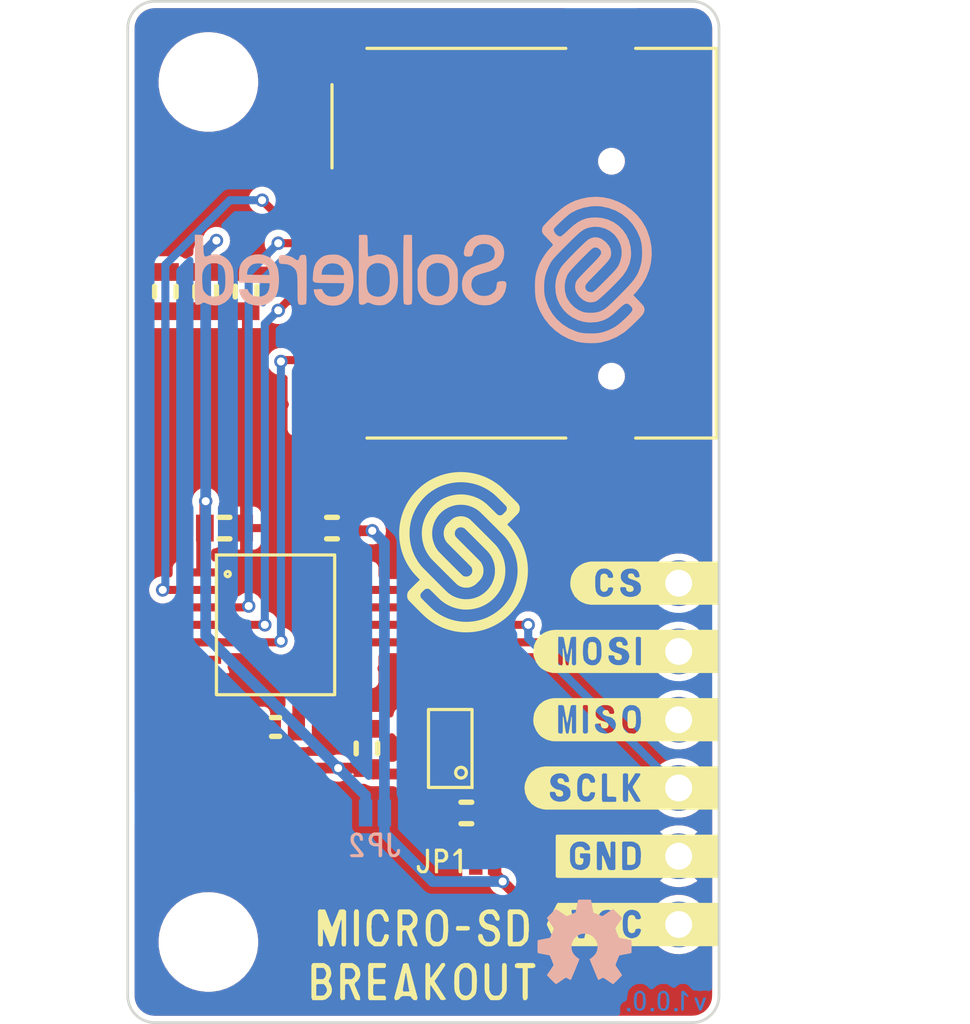
<source format=kicad_pcb>
(kicad_pcb (version 20211014) (generator pcbnew)
  (title_block (title "microSD breakout") (date "2021-07-26") (rev "V1.0.0.") (company "SOLDERED") (comment 1 "333050"))
  (layers (0 "F.Cu" signal) (31 "B.Cu" signal) (34 "B.Paste" user) (35 "F.Paste" user) (36 "B.SilkS" user "B.Silkscreen") (37 "F.SilkS" user "F.Silkscreen") (38 "B.Mask" user) (39 "F.Mask" user) (44 "Edge.Cuts" user))
  (net 0 "")
  (net 1 "GND")
  (net 2 "3V3")
  (net 3 "Net-(C4-Pad2)")
  (net 4 "VCC")
  (net 6 "CS_L")
  (net 7 "MOSI_L")
  (net 8 "SCLK_L")
  (net 9 "MISO_L")
  (net 11 "CS_H")
  (net 12 "MOSI_H")
  (net 13 "MISO_H")
  (net 14 "SCLK_H")
  (net 15 "OE")
  (footprint "e-radionica.com footprinti:0603C" (layer "F.Cu") (at 102.9 132.8 90)
    (fp_text reference "C2")
    (fp_text value "100n")
    (pad "1" smd rect locked (at -0.73 0 90) (size 0.66 1) (layers "F.Cu" "F.Paste" "F.Mask") (net 1 "GND"))
    (pad "2" smd rect locked (at 0.73 0 90) (size 0.66 1) (layers "F.Cu" "F.Paste" "F.Mask") (net 2 "3V3"))
  )
  (footprint "e-radionica.com footprinti:FIDUCIAL_23" (layer "F.Cu") (at 102 152)
    (fp_text reference "FD1")
    (fp_text value "FIDUCIAL")
    (fp_circle (center 0 0) (end 1 0) (layer "F.Cu") (width 0.2) (fill none))
    (pad "1" smd circle (at 0 0) (size 1 1) (layers "F.Cu" "F.Paste" "F.Mask") (clearance 1.1))
  )
  (footprint "buzzardLabel" (layer "F.Cu") (at 111.6 154)
    (fp_text reference "" (at 0 0) (layer "F.SilkS") (effects (font (size 1.27 1.27))))
    (fp_text value "" (at 0 0) (layer "F.SilkS") (effects (font (size 1.27 1.27))))
  )
  (footprint "e-radionica.com footprinti:0603R" (layer "F.Cu") (at 105.5 149)
    (fp_text reference "R1")
    (fp_text value "10k")
    (pad "1" smd rect locked (at -0.775 0 90) (size 1 0.64) (layers "F.Cu" "F.Paste" "F.Mask") (net 2 "3V3"))
    (pad "2" smd rect locked (at 0.775 0 90) (size 1 0.64) (layers "F.Cu" "F.Paste" "F.Mask") (net 15 "OE"))
  )
  (footprint "e-radionica.com footprinti:TXB0104QPWRQ1" (layer "F.Cu") (at 105.5 145.2)
    (fp_text reference "U2")
    (fp_text value "TXB0104QPWRQ1")
    (pad "1" smd rect (at -2.8 -1.95 90) (size 0.3 1.55) (layers "F.Cu" "F.Paste" "F.Mask") (net 2 "3V3"))
    (pad "2" smd rect (at -2.8 -1.3 90) (size 0.3 1.55) (layers "F.Cu" "F.Paste" "F.Mask") (net 6 "CS_L"))
    (pad "3" smd rect (at -2.8 -0.65 90) (size 0.3 1.55) (layers "F.Cu" "F.Paste" "F.Mask") (net 7 "MOSI_L"))
    (pad "4" smd rect (at -2.8 0 90) (size 0.3 1.55) (layers "F.Cu" "F.Paste" "F.Mask") (net 8 "SCLK_L"))
    (pad "5" smd rect (at -2.8 0.65 90) (size 0.3 1.55) (layers "F.Cu" "F.Paste" "F.Mask") (net 9 "MISO_L"))
    (pad "6" smd rect (at -2.8 1.3 90) (size 0.3 1.55) (layers "F.Cu" "F.Paste" "F.Mask"))
    (pad "7" smd rect (at -2.8 1.95 90) (size 0.3 1.55) (layers "F.Cu" "F.Paste" "F.Mask") (net 1 "GND"))
    (pad "8" smd rect (at 2.8 1.95 90) (size 0.3 1.55) (layers "F.Cu" "F.Paste" "F.Mask") (net 15 "OE"))
    (pad "9" smd rect (at 2.8 1.3 90) (size 0.3 1.55) (layers "F.Cu" "F.Paste" "F.Mask"))
    (pad "10" smd rect (at 2.79 0.65 90) (size 0.3 1.55) (layers "F.Cu" "F.Paste" "F.Mask") (net 13 "MISO_H"))
    (pad "11" smd rect (at 2.8 0 90) (size 0.3 1.55) (layers "F.Cu" "F.Paste" "F.Mask") (net 14 "SCLK_H"))
    (pad "12" smd rect (at 2.8 -0.65 90) (size 0.3 1.55) (layers "F.Cu" "F.Paste" "F.Mask") (net 12 "MOSI_H"))
    (pad "13" smd rect (at 2.8 -1.3 90) (size 0.3 1.55) (layers "F.Cu" "F.Paste" "F.Mask") (net 11 "CS_H"))
    (pad "14" smd rect (at 2.8 -1.95 90) (size 0.3 1.55) (layers "F.Cu" "F.Paste" "F.Mask") (net 4 "VCC"))
  )
  (footprint "e-radionica.com footprinti:0603C" (layer "F.Cu") (at 112.6 152.2)
    (fp_text reference "C4")
    (fp_text value "2u2")
    (pad "1" smd rect locked (at -0.73 0) (size 0.66 1) (layers "F.Cu" "F.Paste" "F.Mask") (net 1 "GND"))
    (pad "2" smd rect locked (at 0.73 0) (size 0.66 1) (layers "F.Cu" "F.Paste" "F.Mask") (net 3 "Net-(C4-Pad2)"))
  )
  (footprint "e-radionica.com footprinti:HYC77-TF09-200" (layer "F.Cu") (at 112.5 131 90)
    (fp_text reference "K1")
    (fp_text value "HYC77-TF09-200")
    (pad "" np_thru_hole circle (at -4.95 5.5 90) (size 0.8 0.8) (drill 1) (layers F&B.Cu *.Mask) (clearance 0.1))
    (pad "" np_thru_hole circle (at 3.05 5.5 90) (size 0.8 0.8) (drill 1) (layers F&B.Cu *.Mask) (clearance 0.1))
    (pad "1" smd rect (at 2.25 -5.5 90) (size 0.7 1.6) (layers "F.Cu" "F.Paste" "F.Mask"))
    (pad "2" smd rect (at 1.15 -5.5 90) (size 0.7 1.6) (layers "F.Cu" "F.Paste" "F.Mask") (net 6 "CS_L"))
    (pad "3" smd rect (at 0.05 -5.5 90) (size 0.7 1.6) (layers "F.Cu" "F.Paste" "F.Mask") (net 7 "MOSI_L"))
    (pad "4" smd rect (at -1.05 -5.5 90) (size 0.7 1.6) (layers "F.Cu" "F.Paste" "F.Mask") (net 2 "3V3"))
    (pad "5" smd rect (at -2.15 -5.5 90) (size 0.7 1.6) (layers "F.Cu" "F.Paste" "F.Mask") (net 8 "SCLK_L"))
    (pad "6" smd rect (at -3.25 -5.5 90) (size 0.7 1.6) (layers "F.Cu" "F.Paste" "F.Mask") (net 1 "GND"))
    (pad "7" smd rect (at -4.35 -5.5 90) (size 0.7 1.6) (layers "F.Cu" "F.Paste" "F.Mask") (net 9 "MISO_L"))
    (pad "8" smd rect (at -5.45 -5.5 90) (size 0.7 1.6) (layers "F.Cu" "F.Paste" "F.Mask"))
    (pad "12" smd rect (at 7.75 5.1 180) (size 2.2 1.2) (layers "F.Cu" "F.Paste" "F.Mask"))
    (pad "CD" smd rect (at -6.55 -5.5 90) (size 0.7 1.6) (layers "F.Cu" "F.Paste" "F.Mask"))
    (pad "MNT" smd rect (at -7.75 -4.5 180) (size 1.5 1.2) (layers "F.Cu" "F.Paste" "F.Mask"))
    (pad "MNT" smd rect (at -7.75 5.1 180) (size 2.2 1.2) (layers "F.Cu" "F.Paste" "F.Mask"))
    (pad "MNT" smd rect (at 6.85 -4.5 180) (size 1.6 1.5) (layers "F.Cu" "F.Paste" "F.Mask"))
  )
  (footprint "buzzardLabel" (layer "F.Cu") (at 122.4 143.65)
    (fp_text reference "" (at 0 0) (layer "F.SilkS") (effects (font (size 1.27 1.27))))
    (fp_text value "" (at 0 0) (layer "F.SilkS") (effects (font (size 1.27 1.27))))
  )
  (footprint "buzzardLabel" (layer "F.Cu") (at 122.4 146.19)
    (fp_text reference "" (at 0 0) (layer "F.SilkS") (effects (font (size 1.27 1.27))))
    (fp_text value "" (at 0 0) (layer "F.SilkS") (effects (font (size 1.27 1.27))))
  )
  (footprint "buzzardLabel" (layer "F.Cu") (at 122.4 148.73)
    (fp_text reference "" (at 0 0) (layer "F.SilkS") (effects (font (size 1.27 1.27))))
    (fp_text value "" (at 0 0) (layer "F.SilkS") (effects (font (size 1.27 1.27))))
  )
  (footprint "e-radionica.com footprinti:SMD-JUMPER-CONNECTED_TRACE_SLODERMASK" (layer "F.Cu") (at 113.3 154)
    (fp_text reference "JP1")
    (fp_text value "SMD-JUMPER-CONNECTED_TRACE_SLODERMASK")
    (fp_poly (pts (xy 0.1 0.1) (xy -0.1 0.1) (xy -0.1 -0.1) (xy 0.1 -0.1)) (layer "F.Cu") (width 0.1) (fill solid))
    (pad "1" smd rect (at -0.35 0) (size 0.5 1) (layers "F.Cu" "F.Mask") (net 3 "Net-(C4-Pad2)"))
    (pad "2" smd rect (at 0.35 0) (size 0.5 1) (layers "F.Cu" "F.Mask") (net 4 "VCC"))
  )
  (footprint "buzzardLabel" (layer "F.Cu") (at 122.4 151.27)
    (fp_text reference "" (at 0 0) (layer "F.SilkS") (effects (font (size 1.27 1.27))))
    (fp_text value "" (at 0 0) (layer "F.SilkS") (effects (font (size 1.27 1.27))))
  )
  (footprint "Soldered Graphics:Logo-Back-SolderedFULL-17mm" (layer "F.Cu") (at 111 132)
    (fp_text reference "REF**" hide)
    (fp_text value "Logo-Front-SolderedFULL-17mm" hide)
  )
  (footprint "e-radionica.com footprinti:HOLE_3.2mm" (layer "F.Cu") (at 103 157)
    (fp_text reference "H1" hide)
    (fp_text value "HOLE_3.2mm" hide)
    (pad "" np_thru_hole circle locked (at 0 0) (size 3.2 3.2) (drill 3.2) (layers F&B.Cu *.Mask))
  )
  (footprint "Soldered Graphics:Logo-Back-OSH-3.5mm" (layer "F.Cu") (at 117 157)
    (fp_text reference "G***" hide)
    (fp_text value "LOGO" hide)
  )
  (footprint "Soldered Graphics:Logo-Front-Soldered-6mm" (layer "F.Cu") (at 112.5 142.5)
    (fp_text reference "G***" hide)
    (fp_text value "LOGO" hide)
  )
  (footprint "e-radionica.com footprinti:0603C" (layer "F.Cu") (at 101.4 132.8 90)
    (fp_text reference "C1")
    (fp_text value "2u2")
    (pad "1" smd rect locked (at -0.73 0 90) (size 0.66 1) (layers "F.Cu" "F.Paste" "F.Mask") (net 1 "GND"))
    (pad "2" smd rect locked (at 0.73 0 90) (size 0.66 1) (layers "F.Cu" "F.Paste" "F.Mask") (net 2 "3V3"))
  )
  (footprint "e-radionica.com footprinti:0603C" (layer "F.Cu") (at 103.6 141.6)
    (fp_text reference "C6")
    (fp_text value "100n")
    (pad "1" smd rect locked (at -0.73 0) (size 0.66 1) (layers "F.Cu" "F.Paste" "F.Mask") (net 2 "3V3"))
    (pad "2" smd rect locked (at 0.73 0) (size 0.66 1) (layers "F.Cu" "F.Paste" "F.Mask") (net 1 "GND"))
  )
  (footprint "buzzardLabel" (layer "F.Cu") (at 122.4 156.35)
    (fp_text reference "" (at 0 0) (layer "F.SilkS") (effects (font (size 1.27 1.27))))
    (fp_text value "" (at 0 0) (layer "F.SilkS") (effects (font (size 1.27 1.27))))
  )
  (footprint "e-radionica.com footprinti:0603C" (layer "F.Cu") (at 108.9 149.8 -90)
    (fp_text reference "C5")
    (fp_text value "2u2")
    (pad "1" smd rect locked (at -0.73 0 270) (size 0.66 1) (layers "F.Cu" "F.Paste" "F.Mask") (net 1 "GND"))
    (pad "2" smd rect locked (at 0.73 0 270) (size 0.66 1) (layers "F.Cu" "F.Paste" "F.Mask") (net 2 "3V3"))
  )
  (footprint "e-radionica.com footprinti:0603C" (layer "F.Cu") (at 107.6 141.6)
    (fp_text reference "C7")
    (fp_text value "100n")
    (pad "1" smd rect locked (at -0.73 0) (size 0.66 1) (layers "F.Cu" "F.Paste" "F.Mask") (net 1 "GND"))
    (pad "2" smd rect locked (at 0.73 0) (size 0.66 1) (layers "F.Cu" "F.Paste" "F.Mask") (net 4 "VCC"))
  )
  (footprint "e-radionica.com footprinti:SOT-23-5" (layer "F.Cu") (at 112 149.8 180)
    (fp_text reference "U1")
    (fp_text value "SE5218")
    (pad "1" smd rect (at -1.3 -0.95 180) (size 1.1 0.6) (layers "F.Cu" "F.Paste" "F.Mask") (net 3 "Net-(C4-Pad2)"))
    (pad "2" smd rect (at -1.3 0 180) (size 1.1 0.6) (layers "F.Cu" "F.Paste" "F.Mask") (net 1 "GND"))
    (pad "3" smd rect (at -1.3 0.95 180) (size 1.1 0.6) (layers "F.Cu" "F.Paste" "F.Mask") (net 3 "Net-(C4-Pad2)"))
    (pad "4" smd rect (at 1.3 0.95 180) (size 1.1 0.6) (layers "F.Cu" "F.Paste" "F.Mask"))
    (pad "5" smd rect (at 1.3 -0.95 180) (size 1.1 0.6) (layers "F.Cu" "F.Paste" "F.Mask") (net 2 "3V3"))
  )
  (footprint "e-radionica.com footprinti:HOLE_3.2mm" (layer "F.Cu") (at 103 125)
    (fp_text reference "H2" hide)
    (fp_text value "HOLE_3.2mm" hide)
    (pad "" np_thru_hole circle locked (at 0 0) (size 3.2 3.2) (drill 3.2) (layers F&B.Cu *.Mask))
  )
  (footprint "buzzardLabel" (layer "F.Cu") (at 111 158.5)
    (fp_text reference "" (at 0 0) (layer "F.SilkS") (effects (font (size 1.27 1.27))))
    (fp_text value "" (at 0 0) (layer "F.SilkS") (effects (font (size 1.27 1.27))))
  )
  (footprint "e-radionica.com footprinti:0603C" (layer "F.Cu") (at 104.4 132.8 90)
    (fp_text reference "C3")
    (fp_text value "100n")
    (pad "1" smd rect locked (at -0.73 0 90) (size 0.66 1) (layers "F.Cu" "F.Paste" "F.Mask") (net 1 "GND"))
    (pad "2" smd rect locked (at 0.73 0 90) (size 0.66 1) (layers "F.Cu" "F.Paste" "F.Mask") (net 2 "3V3"))
  )
  (footprint "buzzardLabel" (layer "F.Cu") (at 122.4 153.81)
    (fp_text reference "" (at 0 0) (layer "F.SilkS") (effects (font (size 1.27 1.27))))
    (fp_text value "" (at 0 0) (layer "F.SilkS") (effects (font (size 1.27 1.27))))
  )
  (footprint "buzzardLabel" (layer "F.Cu") (at 111 156.5)
    (fp_text reference "" (at 0 0) (layer "F.SilkS") (effects (font (size 1.27 1.27))))
    (fp_text value "" (at 0 0) (layer "F.SilkS") (effects (font (size 1.27 1.27))))
  )
  (footprint "buzzardLabel" (layer "B.Cu") (at 109.2 153.4 180)
    (fp_text reference "" (at 0 0) (layer "B.SilkS") (effects (font (size 1.27 1.27)) (justify mirror)))
    (fp_text value "" (at 0 0) (layer "B.SilkS") (effects (font (size 1.27 1.27)) (justify mirror)))
  )
  (footprint "e-radionica.com footprinti:SMD_JUMPER" (layer "B.Cu") (at 109.2 152.2 180)
    (fp_text reference "JP2")
    (fp_text value "SMD_JUMPER")
    (pad "1" smd rect (at -0.35 0 180) (size 0.5 1) (layers "B.Cu" "B.Mask") (net 4 "VCC"))
    (pad "2" smd rect (at 0.35 0 180) (size 0.5 1) (layers "B.Cu" "B.Mask") (net 2 "3V3"))
  )
  (footprint "e-radionica.com footprinti:HEADER_MALE_6X1" (layer "B.Cu") (at 120.5 150 -90)
    (fp_text reference "K2")
    (fp_text value "HEADER_MALE_6X1")
    (pad "1" thru_hole circle locked (at -6.35 0 270) (size 1.7 1.7) (drill 1) (layers *.Cu *.Mask) (net 11 "CS_H"))
    (pad "2" thru_hole circle locked (at -3.81 0 270) (size 1.7 1.7) (drill 1) (layers *.Cu *.Mask) (net 12 "MOSI_H"))
    (pad "3" thru_hole circle locked (at -1.27 0 270) (size 1.7 1.7) (drill 1) (layers *.Cu *.Mask) (net 13 "MISO_H"))
    (pad "4" thru_hole circle locked (at 1.27 0 270) (size 1.7 1.7) (drill 1) (layers *.Cu *.Mask) (net 14 "SCLK_H"))
    (pad "5" thru_hole circle locked (at 3.81 0 270) (size 1.7 1.7) (drill 1) (layers *.Cu *.Mask) (net 1 "GND"))
    (pad "6" thru_hole circle locked (at 6.35 0 270) (size 1.7 1.7) (drill 1) (layers *.Cu *.Mask) (net 4 "VCC"))
  )
  (footprint "Soldered Graphics:Version1.0.0." (layer "B.Cu") (at 120 159.2 180)
    (fp_text reference "Ref**" hide)
    (fp_text value "Val**" hide)
    (fp_poly (pts (xy 0.06 -0.35) (xy 0.11 -0.35) (xy 0.17 -0.33) (xy 0.13 -0.28) (xy 0.03 -0.28) (xy -0.01 -0.25) (xy -0.03 -0.2) (xy -0.05 -0.15) (xy -0.05 -0.11) (xy -0.05 0.01) (xy -0.05 0.13) (xy -0.05 0.17) (xy -0.03 0.22) (xy -0.01 0.27) (xy 0.02 0.3) (xy 0.13 0.3) (xy 0.16 0.26) (xy 0.18 0.21) (xy 0.18 0.15) (xy 0.19 0.05) (xy 0.19 -0.08) (xy 0.19 -0.12) (xy 0.18 -0.17) (xy 0.16 -0.22) (xy 0.14 -0.27) (xy 0.14 -0.28) (xy 0.17 -0.32) (xy 0.21 -0.29) (xy 0.24 -0.26) (xy 0.26 -0.22) (xy 0.27 -0.16) (xy 0.28 -0.11) (xy 0.28 -0.06) (xy 0.28 0.06) (xy 0.28 0.12) (xy 0.27 0.17) (xy 0.26 0.22) (xy 0.25 0.27) (xy 0.22 0.3) (xy 0.19 0.34) (xy 0.13 0.37) (xy 0.08 0.38) (xy 0.02 0.38) (xy -0.03 0.35) (xy -0.08 0.31) (xy -0.1 0.28) (xy -0.12 0.23) (xy -0.14 0.18) (xy -0.14 0.13) (xy -0.15 0.08) (xy -0.15 -0.04) (xy -0.14 -0.1) (xy -0.14 -0.14) (xy -0.13 -0.2) (xy -0.11 -0.25) (xy -0.08 -0.28) (xy -0.05 -0.32) (xy 0.01 -0.35) (xy 0.06 -0.35)) (layer "B.Cu") (width 0.01) (fill solid))
    (fp_poly (pts (xy 0.43 -0.38) (xy 0.48 -0.38) (xy 0.54 -0.37) (xy 0.54 -0.33) (xy 0.54 -0.27) (xy 0.5 -0.26) (xy 0.45 -0.26) (xy 0.42 -0.29) (xy 0.42 -0.34) (xy 0.43 -0.38)) (layer "B.Cu") (width 0.01) (fill solid))
    (fp_poly (pts (xy -0.44 -0.38) (xy -0.39 -0.38) (xy -0.34 -0.37) (xy -0.34 -0.33) (xy -0.34 -0.27) (xy -0.38 -0.26) (xy -0.43 -0.26) (xy -0.46 -0.29) (xy -0.46 -0.34) (xy -0.44 -0.38)) (layer "B.Cu") (width 0.01) (fill solid))
    (fp_poly (pts (xy 1.31 -0.38) (xy 1.36 -0.38) (xy 1.41 -0.37) (xy 1.42 -0.33) (xy 1.42 -0.27) (xy 1.38 -0.26) (xy 1.33 -0.26) (xy 1.3 -0.29) (xy 1.3 -0.34) (xy 1.31 -0.38)) (layer "B.Cu") (width 0.01) (fill solid))
    (fp_poly (pts (xy 0.93 -0.35) (xy 0.99 -0.35) (xy 1.04 -0.33) (xy 1.01 -0.28) (xy 0.91 -0.28) (xy 0.87 -0.25) (xy 0.85 -0.2) (xy 0.83 -0.15) (xy 0.83 -0.11) (xy 0.82 0.01) (xy 0.83 0.13) (xy 0.83 0.17) (xy 0.84 0.22) (xy 0.87 0.27) (xy 0.9 0.3) (xy 1.01 0.3) (xy 1.04 0.26) (xy 1.05 0.21) (xy 1.06 0.15) (xy 1.07 0.05) (xy 1.07 -0.08) (xy 1.06 -0.12) (xy 1.06 -0.17) (xy 1.04 -0.22) (xy 1.02 -0.27) (xy 1.01 -0.28) (xy 1.05 -0.32) (xy 1.09 -0.29) (xy 1.12 -0.26) (xy 1.14 -0.22) (xy 1.15 -0.16) (xy 1.16 -0.11) (xy 1.16 -0.06) (xy 1.16 0.06) (xy 1.16 0.12) (xy 1.15 0.17) (xy 1.14 0.22) (xy 1.13 0.27) (xy 1.1 0.3) (xy 1.06 0.34) (xy 1.01 0.37) (xy 0.95 0.38) (xy 0.9 0.38) (xy 0.84 0.35) (xy 0.8 0.31) (xy 0.78 0.28) (xy 0.75 0.23) (xy 0.74 0.18) (xy 0.74 0.13) (xy 0.73 0.08) (xy 0.73 -0.04) (xy 0.73 -0.1) (xy 0.74 -0.14) (xy 0.75 -0.2) (xy 0.77 -0.25) (xy 0.79 -0.28) (xy 0.83 -0.32) (xy 0.89 -0.35) (xy 0.93 -0.35)) (layer "B.Cu") (width 0.01) (fill solid))
    (fp_poly (pts (xy -0.67 -0.35) (xy -0.62 -0.35) (xy -0.6 -0.31) (xy -0.6 0.35) (xy -0.64 0.38) (xy -0.69 0.38) (xy -0.73 0.34) (xy -0.84 0.22) (xy -0.86 0.17) (xy -0.83 0.16) (xy -0.73 0.22) (xy -0.69 0.23) (xy -0.69 -0.31) (xy -0.67 -0.35)) (layer "B.Cu") (width 0.01) (fill solid))
    (fp_poly (pts (xy -1.33 -0.35) (xy -1.27 -0.35) (xy -1.25 -0.31) (xy -1.09 0.1) (xy -1.11 0.13) (xy -1.16 0.13) (xy -1.19 0.1) (xy -1.28 -0.16) (xy -1.3 -0.21) (xy -1.32 -0.17) (xy -1.41 0.09) (xy -1.44 0.13) (xy -1.49 0.13) (xy -1.51 0.1) (xy -1.36 -0.31) (xy -1.33 -0.35)) (layer "B.Cu") (width 0.01) (fill solid))
  )
  (gr_arc (start 121 122) (mid 121.707105 122.292892) (end 121.999997 122.999997) (layer "Edge.Cuts") (width 0.1))
  (gr_line (start 122 123) (end 122 159) (layer "Edge.Cuts") (width 0.1))
  (gr_line (start 121 160) (end 101 160) (layer "Edge.Cuts") (width 0.1))
  (gr_line (start 100 159) (end 100 123) (layer "Edge.Cuts") (width 0.1))
  (gr_arc (start 99.999997 122.999997) (mid 100.292892 122.292891) (end 101 122) (layer "Edge.Cuts") (width 0.1))
  (gr_line (start 101 122) (end 121 122) (layer "Edge.Cuts") (width 0.1))
  (gr_arc (start 101 160) (mid 100.292893 159.707107) (end 100 159) (layer "Edge.Cuts") (width 0.1))
  (gr_arc (start 122 159) (mid 121.707107 159.707107) (end 121 160) (layer "Edge.Cuts") (width 0.1))
  (segment (start 110.7 150.75) (end 109.12 150.75) (width 0.4) (layer "F.Cu") (net 2))
  (segment (start 102.9 132.07) (end 104.4 132.07) (width 0.4) (layer "F.Cu") (net 2))
  (segment (start 102.9 140.6) (end 102.87 140.63) (width 0.4) (layer "F.Cu") (net 2))
  (segment (start 102.9 132.07) (end 101.4 132.07) (width 0.4) (layer "F.Cu") (net 2))
  (segment (start 102.7 143.25) (end 102.7 141.77) (width 0.3) (layer "F.Cu") (net 2))
  (segment (start 107.83 150.53) (end 105.43 150.53) (width 0.4) (layer "F.Cu") (net 2))
  (segment (start 106.98 132.07) (end 107 132.05) (width 0.4) (layer "F.Cu") (net 2))
  (segment (start 105.43 150.53) (end 104.725 149.825) (width 0.4) (layer "F.Cu") (net 2))
  (segment (start 109.12 150.75) (end 108.9 150.53) (width 0.4) (layer "F.Cu") (net 2))
  (segment (start 108.9 150.53) (end 107.83 150.53) (width 0.4) (layer "F.Cu") (net 2))
  (segment (start 104.4 132.07) (end 106.98 132.07) (width 0.4) (layer "F.Cu") (net 2))
  (segment (start 104.725 149.825) (end 104.725 149) (width 0.4) (layer "F.Cu") (net 2))
  (segment (start 102.87 140.63) (end 102.87 141.6) (width 0.4) (layer "F.Cu") (net 2))
  (segment (start 103.3 130.9) (end 102.9 131.3) (width 0.4) (layer "F.Cu") (net 2))
  (segment (start 102.9 131.3) (end 102.9 132.07) (width 0.4) (layer "F.Cu") (net 2))
  (segment (start 102.7 141.77) (end 102.87 141.6) (width 0.3) (layer "F.Cu") (net 2))
  (via (at 102.9 140.6) (size 0.5) (drill 0.3) (layers "F.Cu" "B.Cu") (net 2))
  (via (at 107.83 150.53) (size 0.5) (drill 0.3) (layers "F.Cu" "B.Cu") (net 2))
  (via (at 103.3 130.9) (size 0.5) (drill 0.3) (layers "F.Cu" "B.Cu") (net 2))
  (segment (start 108.85 151.55) (end 107.83 150.53) (width 0.4) (layer "B.Cu") (net 2))
  (segment (start 102.9 131.3) (end 102.9 140.6) (width 0.4) (layer "B.Cu") (net 2))
  (segment (start 103.3 130.9) (end 102.9 131.3) (width 0.4) (layer "B.Cu") (net 2))
  (segment (start 102.9 145.6) (end 107.83 150.53) (width 0.4) (layer "B.Cu") (net 2))
  (segment (start 108.85 152.2) (end 108.85 151.55) (width 0.4) (layer "B.Cu") (net 2))
  (segment (start 102.9 140.6) (end 102.9 145.6) (width 0.4) (layer "B.Cu") (net 2))
  (segment (start 113.33 152.67) (end 112.95 153.05) (width 0.4) (layer "F.Cu") (net 3))
  (segment (start 113.33 150.78) (end 113.3 150.75) (width 0.4) (layer "F.Cu") (net 3))
  (segment (start 115.2 148.85) (end 113.3 148.85) (width 0.4) (layer "F.Cu") (net 3))
  (segment (start 113.3 150.75) (end 115.25 150.75) (width 0.4) (layer "F.Cu") (net 3))
  (segment (start 115.7 150.3) (end 115.7 149.35) (width 0.4) (layer "F.Cu") (net 3))
  (segment (start 113.33 152.2) (end 113.33 152.67) (width 0.4) (layer "F.Cu") (net 3))
  (segment (start 115.25 150.75) (end 115.7 150.3) (width 0.4) (layer "F.Cu") (net 3))
  (segment (start 112.95 153.05) (end 112.95 154) (width 0.4) (layer "F.Cu") (net 3))
  (segment (start 115.7 149.35) (end 115.2 148.85) (width 0.4) (layer "F.Cu") (net 3))
  (segment (start 113.33 152.2) (end 113.33 150.78) (width 0.4) (layer "F.Cu") (net 3))
  (segment (start 108.43 141.7) (end 108.33 141.6) (width 0.4) (layer "F.Cu") (net 4))
  (segment (start 108.3 141.63) (end 108.33 141.6) (width 0.3) (layer "F.Cu") (net 4))
  (segment (start 113.65 154.45) (end 113.65 154) (width 0.4) (layer "F.Cu") (net 4))
  (segment (start 115.55 156.35) (end 113.65 154.45) (width 0.4) (layer "F.Cu") (net 4))
  (segment (start 108.3 143.25) (end 108.3 141.63) (width 0.3) (layer "F.Cu") (net 4))
  (segment (start 109.1 141.7) (end 108.43 141.7) (width 0.4) (layer "F.Cu") (net 4))
  (segment (start 120.5 156.35) (end 115.55 156.35) (width 0.4) (layer "F.Cu") (net 4))
  (via (at 113.95 154.75) (size 0.5) (drill 0.3) (layers "F.Cu" "B.Cu") (net 4))
  (via (at 109.1 141.7) (size 0.5) (drill 0.3) (layers "F.Cu" "B.Cu") (net 4))
  (segment (start 109.55 152.2) (end 109.55 142.15) (width 0.4) (layer "B.Cu") (net 4))
  (segment (start 109.55 142.15) (end 109.1 141.7) (width 0.4) (layer "B.Cu") (net 4))
  (segment (start 109.55 152.95) (end 109.55 152.2) (width 0.4) (layer "B.Cu") (net 4))
  (segment (start 111.35 154.75) (end 109.55 152.95) (width 0.4) (layer "B.Cu") (net 4))
  (segment (start 113.95 154.75) (end 111.35 154.75) (width 0.4) (layer "B.Cu") (net 4))
  (segment (start 105.45 129.85) (end 107 129.85) (width 0.3) (layer "F.Cu") (net 6))
  (segment (start 105 129.4) (end 105.45 129.85) (width 0.3) (layer "F.Cu") (net 6))
  (segment (start 101.3 143.9) (end 102.7 143.9) (width 0.3) (layer "F.Cu") (net 6))
  (via (at 101.3 143.9) (size 0.5) (drill 0.3) (layers "F.Cu" "B.Cu") (net 6))
  (via (at 105 129.4) (size 0.5) (drill 0.3) (layers "F.Cu" "B.Cu") (net 6))
  (segment (start 101.4 131.8) (end 101.4 143.8) (width 0.3) (layer "B.Cu") (net 6))
  (segment (start 103.8 129.4) (end 101.4 131.8) (width 0.3) (layer "B.Cu") (net 6))
  (segment (start 101.4 143.8) (end 101.3 143.9) (width 0.3) (layer "B.Cu") (net 6))
  (segment (start 105 129.4) (end 103.8 129.4) (width 0.3) (layer "B.Cu") (net 6))
  (segment (start 104.45 144.55) (end 104.5 144.5) (width 0.3) (layer "F.Cu") (net 7))
  (segment (start 106.95 131) (end 107 130.95) (width 0.3) (layer "F.Cu") (net 7))
  (segment (start 105.6 131) (end 106.95 131) (width 0.3) (layer "F.Cu") (net 7))
  (segment (start 102.7 144.55) (end 104.45 144.55) (width 0.3) (layer "F.Cu") (net 7))
  (via (at 104.5 144.5) (size 0.5) (drill 0.3) (layers "F.Cu" "B.Cu") (net 7))
  (via (at 105.6 131) (size 0.5) (drill 0.3) (layers "F.Cu" "B.Cu") (net 7))
  (segment (start 104.5 144.5) (end 104.5 132.1) (width 0.3) (layer "B.Cu") (net 7))
  (segment (start 104.5 132.1) (end 105.6 131) (width 0.3) (layer "B.Cu") (net 7))
  (segment (start 105.95 133.15) (end 107 133.15) (width 0.3) (layer "F.Cu") (net 8))
  (segment (start 105.6 133.5) (end 105.95 133.15) (width 0.3) (layer "F.Cu") (net 8))
  (segment (start 105.1 145.2) (end 102.7 145.2) (width 0.3) (layer "F.Cu") (net 8))
  (via (at 105.6 133.5) (size 0.5) (drill 0.3) (layers "F.Cu" "B.Cu") (net 8))
  (via (at 105.1 145.2) (size 0.5) (drill 0.3) (layers "F.Cu" "B.Cu") (net 8))
  (segment (start 105.1 134) (end 105.1 145.2) (width 0.3) (layer "B.Cu") (net 8))
  (segment (start 105.6 133.5) (end 105.1 134) (width 0.3) (layer "B.Cu") (net 8))
  (segment (start 105.7 135.4) (end 105.75 135.35) (width 0.3) (layer "F.Cu") (net 9))
  (segment (start 105.65 145.85) (end 102.7 145.85) (width 0.3) (layer "F.Cu") (net 9))
  (segment (start 105.7 145.8) (end 105.65 145.85) (width 0.3) (layer "F.Cu") (net 9))
  (segment (start 105.75 135.35) (end 107 135.35) (width 0.3) (layer "F.Cu") (net 9))
  (via (at 105.7 145.8) (size 0.5) (drill 0.3) (layers "F.Cu" "B.Cu") (net 9))
  (via (at 105.7 135.4) (size 0.5) (drill 0.3) (layers "F.Cu" "B.Cu") (net 9))
  (segment (start 105.7 145.8) (end 105.7 135.4) (width 0.3) (layer "B.Cu") (net 9))
  (segment (start 120.5 143.65) (end 120.25 143.9) (width 0.3) (layer "F.Cu") (net 11))
  (segment (start 120.25 143.9) (end 108.3 143.9) (width 0.3) (layer "F.Cu") (net 11))
  (segment (start 118.59 146.19) (end 116.95 144.55) (width 0.3) (layer "F.Cu") (net 12))
  (segment (start 116.95 144.55) (end 108.3 144.55) (width 0.3) (layer "F.Cu") (net 12))
  (segment (start 120.5 146.19) (end 118.59 146.19) (width 0.3) (layer "F.Cu") (net 12))
  (segment (start 120.5 148.73) (end 119.63 148.73) (width 0.3) (layer "F.Cu") (net 13))
  (segment (start 119.63 148.73) (end 116.75 145.85) (width 0.3) (layer "F.Cu") (net 13))
  (segment (start 116.75 145.85) (end 108.29 145.85) (width 0.3) (layer "F.Cu") (net 13))
  (segment (start 114.9 145.2) (end 108.3 145.2) (width 0.3) (layer "F.Cu") (net 14))
  (via (at 114.9 145.2) (size 0.5) (drill 0.3) (layers "F.Cu" "B.Cu") (net 14))
  (segment (start 120.47 151.27) (end 120.5 151.27) (width 0.3) (layer "B.Cu") (net 14))
  (segment (start 114.9 145.2) (end 114.9 145.7) (width 0.3) (layer "B.Cu") (net 14))
  (segment (start 114.9 145.7) (end 120.47 151.27) (width 0.3) (layer "B.Cu") (net 14))
  (segment (start 107.15 147.15) (end 106.275 148.025) (width 0.3) (layer "F.Cu") (net 15))
  (segment (start 108.3 147.15) (end 107.15 147.15) (width 0.3) (layer "F.Cu") (net 15))
  (segment (start 106.275 148.025) (end 106.275 149) (width 0.3) (layer "F.Cu") (net 15))
  (zone (net 1) (net_name "GND") (layers F&B.Cu) (connect_pads (clearance 0.254)) (min_thickness 0.254) (fill yes (thermal_gap 0.3) (thermal_bridge_width 0.3))
    (polygon (pts (xy 122 160) (xy 100 160) (xy 100 122) (xy 122 122)))
  )
)
</source>
